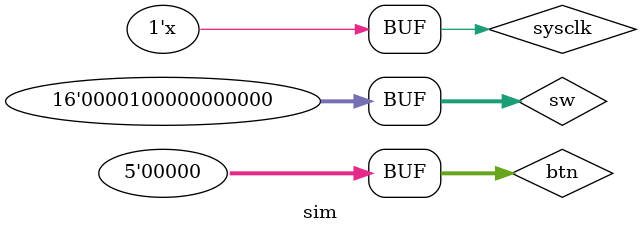
<source format=v>
`timescale 1ns / 1ps

module sim(
    );
    
    reg sysclk = 0;
    reg [4:0] btn = 0;
    reg [15:0] sw = 0;
    wire [3:0] an;
    wire [7:0] seg;
    wire [15:0] led;
    wire [3:0] JA;
    wire [7:0] JC;
    wire ps2_clk;
    wire ps2_data;
    
    MainController test(sysclk, btn, sw, an, seg, led, JA, JC, ps2_clk, ps2_data);
    
    always begin
        #5 sysclk = ~sysclk;
    end
    
    initial begin
        #500 sw[11] = 1;
    end
endmodule

</source>
